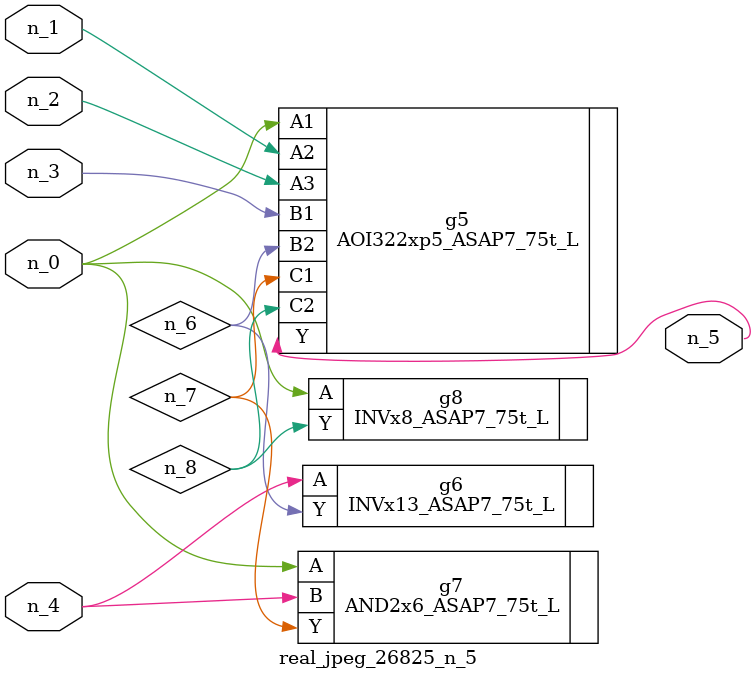
<source format=v>
module real_jpeg_26825_n_5 (n_4, n_0, n_1, n_2, n_3, n_5);

input n_4;
input n_0;
input n_1;
input n_2;
input n_3;

output n_5;

wire n_8;
wire n_6;
wire n_7;

AOI322xp5_ASAP7_75t_L g5 ( 
.A1(n_0),
.A2(n_1),
.A3(n_2),
.B1(n_3),
.B2(n_6),
.C1(n_7),
.C2(n_8),
.Y(n_5)
);

AND2x6_ASAP7_75t_L g7 ( 
.A(n_0),
.B(n_4),
.Y(n_7)
);

INVx8_ASAP7_75t_L g8 ( 
.A(n_0),
.Y(n_8)
);

INVx13_ASAP7_75t_L g6 ( 
.A(n_4),
.Y(n_6)
);


endmodule
</source>
